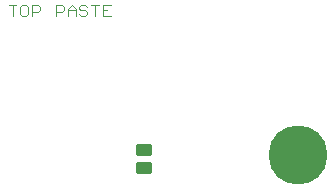
<source format=gtp>
G04*
G04 #@! TF.GenerationSoftware,Altium Limited,Altium Designer,20.2.6 (244)*
G04*
G04 Layer_Color=8421504*
%FSLAX25Y25*%
%MOIN*%
G70*
G04*
G04 #@! TF.SameCoordinates,5AE4630F-2555-4F6A-8CD4-AD4B39003086*
G04*
G04*
G04 #@! TF.FilePolarity,Positive*
G04*
G01*
G75*
%ADD11C,0.00394*%
%ADD13C,0.19685*%
G04:AMPARAMS|DCode=14|XSize=51.18mil|YSize=39.37mil|CornerRadius=4.92mil|HoleSize=0mil|Usage=FLASHONLY|Rotation=180.000|XOffset=0mil|YOffset=0mil|HoleType=Round|Shape=RoundedRectangle|*
%AMROUNDEDRECTD14*
21,1,0.05118,0.02953,0,0,180.0*
21,1,0.04134,0.03937,0,0,180.0*
1,1,0.00984,-0.02067,0.01476*
1,1,0.00984,0.02067,0.01476*
1,1,0.00984,0.02067,-0.01476*
1,1,0.00984,-0.02067,-0.01476*
%
%ADD14ROUNDEDRECTD14*%
D11*
X742770Y526825D02*
X745394D01*
X744082D01*
Y522890D01*
X748674Y526825D02*
X747362D01*
X746706Y526169D01*
Y523546D01*
X747362Y522890D01*
X748674D01*
X749330Y523546D01*
Y526169D01*
X748674Y526825D01*
X750642Y522890D02*
Y526825D01*
X752609D01*
X753265Y526169D01*
Y524858D01*
X752609Y524202D01*
X750642D01*
X758513Y522890D02*
Y526825D01*
X760481D01*
X761137Y526169D01*
Y524858D01*
X760481Y524202D01*
X758513D01*
X762449Y522890D02*
Y525514D01*
X763761Y526825D01*
X765073Y525514D01*
Y522890D01*
Y524858D01*
X762449D01*
X769008Y526169D02*
X768352Y526825D01*
X767040D01*
X766385Y526169D01*
Y525514D01*
X767040Y524858D01*
X768352D01*
X769008Y524202D01*
Y523546D01*
X768352Y522890D01*
X767040D01*
X766385Y523546D01*
X770320Y526825D02*
X772944D01*
X771632D01*
Y522890D01*
X776880Y526825D02*
X774256D01*
Y522890D01*
X776880D01*
X774256Y524858D02*
X775568D01*
D13*
X839400Y476700D02*
D03*
D14*
X787800Y478253D02*
D03*
Y472347D02*
D03*
M02*

</source>
